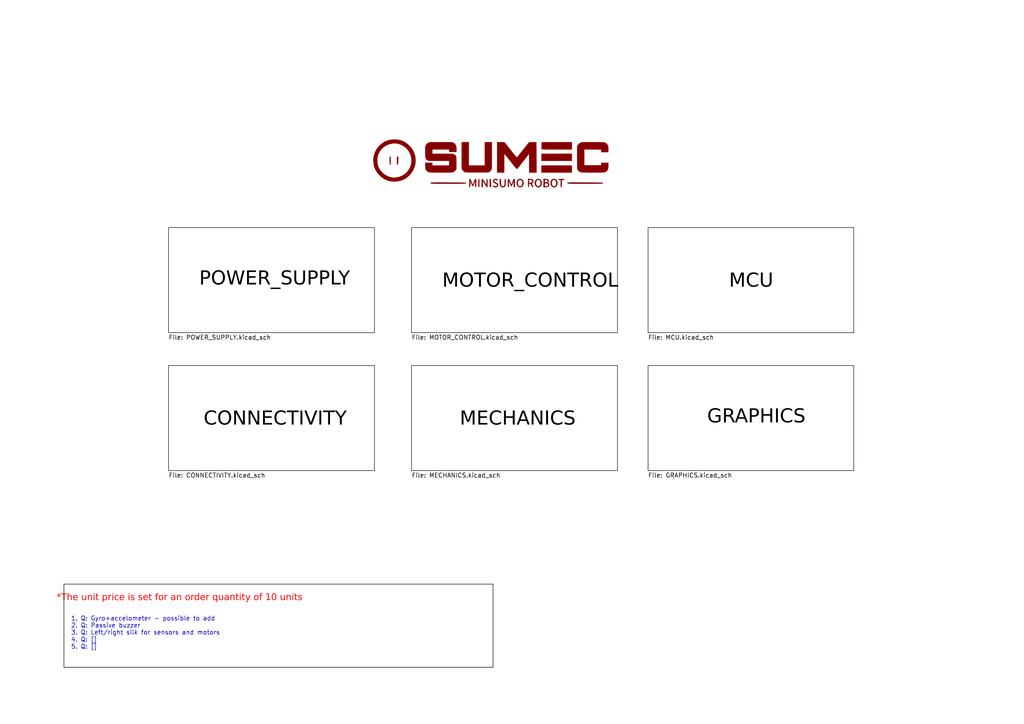
<source format=kicad_sch>
(kicad_sch (version 20231120) (generator "eeschema") (generator_version "8.0")
  (paper "A4")
  (title_block (title "SUMEC_MK_IV") (date "2024-08-05") (rev "v3.0.9") (company "SPS NA PROSEKU") (comment 1 "Made in Prague, Czech Republic") (comment 2 "CONTACT: Savva Popov, savva.popov.sp@gmail.com, +420 605 570 366") (comment 3 "Made by bismarx-v1") (comment 4 "SUMEC MK IV aka SMD-V3 board"))
  (lib_symbols
    (symbol "+3.3V_1" (power) (pin_numbers hide) (pin_names (offset 0) hide)
      (property "Value" "+3.3V_OUT" (at 0.0001 3.81 90))
      (symbol "+3.3V_1_0_1"
        (polyline (pts (xy -0.762 1.27) (xy 0 2.54)))
        (polyline (pts (xy 0 0) (xy 0 2.54)))
        (polyline (pts (xy 0 2.54) (xy 0.762 1.27)))
      )
      (symbol "+3.3V_1_1_1"
        (pin power_in line (at 0 0 90) (length 0) (name "~") (number "1"))
      )
    )
    (symbol "Connector:Conn_01x09_Socket" (pin_names (offset 1.016) hide)
      (property "Reference" "J" (at 0 12.7 0))
      (property "Value" "Conn_01x09_Socket" (at 0 -12.7 0))
      (symbol "Conn_01x09_Socket_1_1"
        (arc (start 0 -9.652) (mid -0.5058 -10.16) (end 0 -10.668) (stroke (width 0.1524)))
        (arc (start 0 -7.112) (mid -0.5058 -7.62) (end 0 -8.128) (stroke (width 0.1524)))
        (arc (start 0 -4.572) (mid -0.5058 -5.08) (end 0 -5.588) (stroke (width 0.1524)))
        (arc (start 0 -2.032) (mid -0.5058 -2.54) (end 0 -3.048) (stroke (width 0.1524)))
        (polyline (pts (xy -1.27 -10.16) (xy -0.508 -10.16)) (stroke (width 0.1524)))
        (polyline (pts (xy -1.27 -7.62) (xy -0.508 -7.62)) (stroke (width 0.1524)))
        (polyline (pts (xy -1.27 -5.08) (xy -0.508 -5.08)) (stroke (width 0.1524)))
        (polyline (pts (xy -1.27 -2.54) (xy -0.508 -2.54)) (stroke (width 0.1524)))
        (polyline (pts (xy -1.27 0) (xy -0.508 0)) (stroke (width 0.1524)))
        (polyline (pts (xy -1.27 2.54) (xy -0.508 2.54)) (stroke (width 0.1524)))
        (polyline (pts (xy -1.27 5.08) (xy -0.508 5.08)) (stroke (width 0.1524)))
        (polyline (pts (xy -1.27 7.62) (xy -0.508 7.62)) (stroke (width 0.1524)))
        (polyline (pts (xy -1.27 10.16) (xy -0.508 10.16)) (stroke (width 0.1524)))
        (arc (start 0 0.508) (mid -0.5058 0) (end 0 -0.508) (stroke (width 0.1524)))
        (arc (start 0 3.048) (mid -0.5058 2.54) (end 0 2.032) (stroke (width 0.1524)))
        (arc (start 0 5.588) (mid -0.5058 5.08) (end 0 4.572) (stroke (width 0.1524)))
        (arc (start 0 8.128) (mid -0.5058 7.62) (end 0 7.112) (stroke (width 0.1524)))
        (arc (start 0 10.668) (mid -0.5058 10.16) (end 0 9.652) (stroke (width 0.1524)))
        (pin passive line (at -5.08 10.16 0) (length 3.81) (name "Pin_1") (number "1"))
        (pin passive line (at -5.08 7.62 0) (length 3.81) (name "Pin_2") (number "2"))
        (pin passive line (at -5.08 5.08 0) (length 3.81) (name "Pin_3") (number "3"))
        (pin passive line (at -5.08 2.54 0) (length 3.81) (name "Pin_4") (number "4"))
        (pin passive line (at -5.08 0 0) (length 3.81) (name "Pin_5") (number "5"))
        (pin passive line (at -5.08 -2.54 0) (length 3.81) (name "Pin_6") (number "6"))
        (pin passive line (at -5.08 -5.08 0) (length 3.81) (name "Pin_7") (number "7"))
        (pin passive line (at -5.08 -7.62 0) (length 3.81) (name "Pin_8") (number "8"))
        (pin passive line (at -5.08 -10.16 0) (length 3.81) (name "Pin_9") (number "9"))
      )
    )
    (symbol "Converter_DCDC:TBA2-0511"
      (property "Reference" "U" (at -6.35 6.35 0))
      (property "Value" "TBA2-0511" (at 2.54 6.35 0))
      (symbol "TBA2-0511_0_1"
        (rectangle (start -7.62 5.08) (end 7.62 -5.08) (stroke (width 0.254)) (fill (type background)))
        (polyline (pts (xy 0 -2.54) (xy 0 -3.81)))
        (polyline (pts (xy 0 0) (xy 0 -1.27)))
        (polyline (pts (xy 0 2.54) (xy 0 1.27)))
        (polyline (pts (xy 0 5.08) (xy 0 3.81)))
      )
      (symbol "TBA2-0511_1_1"
        (pin power_in line (at -10.16 2.54 0) (length 2.54) (name "+Vin") (number "1"))
        (pin power_in line (at -10.16 -2.54 0) (length 2.54) (name "-Vin") (number "2"))
        (pin power_out line (at 10.16 -2.54 180) (length 2.54) (name "-Vout") (number "4"))
        (pin power_out line (at 10.16 2.54 180) (length 2.54) (name "+Vout") (number "6"))
      )
    )
    (symbol "Device:C_Polarized" (pin_numbers hide) (pin_names (offset 0.254))
      (property "Reference" "C" (at 0.635 2.54 0))
      (property "Value" "C_Polarized" (at 0.635 -2.54 0))
      (symbol "C_Polarized_0_1"
        (rectangle (start -2.286 0.508) (end 2.286 1.016))
        (polyline (pts (xy -1.778 2.286) (xy -0.762 2.286)))
        (polyline (pts (xy -1.27 2.794) (xy -1.27 1.778)))
        (rectangle (start 2.286 -0.508) (end -2.286 -1.016) (fill (type outline)))
      )
      (symbol "C_Polarized_1_1"
        (pin passive line (at 0 3.81 270) (length 2.794) (name "~") (number "1"))
        (pin passive line (at 0 -3.81 90) (length 2.794) (name "~") (number "2"))
      )
    )
    (symbol "GND1_1" (power) (pin_numbers hide) (pin_names (offset 0) hide)
      (property "Value" "GND_OUT" (at 0 -5.08 0))
      (symbol "GND1_1_0_1"
        (polyline (pts (xy 0 0) (xy 0 -1.27) (xy 1.27 -1.27) (xy 0 -2.54) (xy -1.27 -1.27) (xy 0 -1.27)))
      )
      (symbol "GND1_1_1_1"
        (pin power_in line (at 0 0 270) (length 0) (name "~") (number "1"))
      )
    )
    (symbol "Regulator_Linear:NCP1117-3.3_SOT223"
      (property "Reference" "U" (at -3.81 3.175 0))
      (property "Value" "NCP1117-3.3_SOT223" (at 0 3.175 0))
      (symbol "NCP1117-3.3_SOT223_0_1"
        (rectangle (start -5.08 -5.08) (end 5.08 1.905) (stroke (width 0.254)) (fill (type background)))
      )
      (symbol "NCP1117-3.3_SOT223_1_1"
        (pin power_in line (at 0 -7.62 90) (length 2.54) (name "GND") (number "1"))
        (pin power_out line (at 7.62 0 180) (length 2.54) (name "VO") (number "2"))
        (pin power_in line (at -7.62 0 0) (length 2.54) (name "VI") (number "3"))
      )
    )
    (symbol "power:+3.3V" (power) (pin_numbers hide) (pin_names (offset 0) hide)
      (property "Value" "+3.3V" (at 0 3.556 0))
      (symbol "+3.3V_0_1"
        (polyline (pts (xy -0.762 1.27) (xy 0 2.54)))
        (polyline (pts (xy 0 0) (xy 0 2.54)))
        (polyline (pts (xy 0 2.54) (xy 0.762 1.27)))
      )
      (symbol "+3.3V_1_1"
        (pin power_in line (at 0 0 90) (length 0) (name "~") (number "1"))
      )
    )
    (symbol "power:+5V" (power) (pin_numbers hide) (pin_names (offset 0) hide)
      (property "Value" "+5V" (at 0 3.556 0))
      (symbol "+5V_0_1"
        (polyline (pts (xy -0.762 1.27) (xy 0 2.54)))
        (polyline (pts (xy 0 0) (xy 0 2.54)))
        (polyline (pts (xy 0 2.54) (xy 0.762 1.27)))
      )
      (symbol "+5V_1_1"
        (pin power_in line (at 0 0 90) (length 0) (name "~") (number "1"))
      )
    )
    (symbol "power:+5VP" (power) (pin_numbers hide) (pin_names (offset 0) hide)
      (property "Value" "+5V_OUT" (at -0.0001 3.81 90))
      (symbol "+5VP_0_1"
        (polyline (pts (xy -0.762 1.27) (xy 0 2.54)))
        (polyline (pts (xy 0 0) (xy 0 2.54)))
        (polyline (pts (xy 0 2.54) (xy 0.762 1.27)))
      )
      (symbol "+5VP_1_1"
        (pin power_in line (at 0 0 90) (length 0) (name "~") (number "1"))
      )
    )
    (symbol "power:GND" (power) (pin_numbers hide) (pin_names (offset 0) hide)
      (property "Value" "GND" (at 0 -3.81 0))
      (symbol "GND_0_1"
        (polyline (pts (xy 0 0) (xy 0 -1.27) (xy 1.27 -1.27) (xy 0 -2.54) (xy -1.27 -1.27) (xy 0 -1.27)))
      )
      (symbol "GND_1_1"
        (pin power_in line (at 0 0 270) (length 0) (name "~") (number "1"))
      )
    )
    (symbol "sumec_sch_lib:LOGO SMALL" (pin_names (offset 1.016))
      (symbol "LOGO SMALL_0_0"
        (polyline (pts (xy 24.892 -0.762) (xy 24.892 0.254) (xy 20.4893 0.254) (xy 16.0867 0.254) (xy 16.0867 -0.762) (xy 16.0867 -1.778) (xy 20.4893 -1.778) (xy 24.892 -1.778) (xy 24.892 -0.762)) (stroke (width 0.01)) (fill (type outline)))
        (polyline (pts (xy 24.892 2.6246) (xy 24.892 3.6406) (xy 20.4893 3.6406) (xy 16.0867 3.6406) (xy 16.0867 2.6246) (xy 16.0867 1.6086) (xy 20.4893 1.6086) (xy 24.892 1.6086) (xy 24.892 2.6246)) (stroke (width 0.01)) (fill (type outline)))
        (polyline (pts (xy 24.892 5.9697) (xy 24.892 7.0288) (xy 20.5105 7.0069) (xy 16.129 6.985) (xy 16.1048 6.0591) (xy 16.0992 5.7489) (xy 16.0997 5.4039) (xy 16.108 5.1483) (xy 16.1233 5.0219) (xy 16.1463 5.0024) (xy 16.2307 4.9799) (xy 16.3875 4.9612) (xy 16.6287 4.9459) (xy 16.9665 4.9339) (xy 17.4131 4.9247) (xy 17.9805 4.9181) (xy 18.6809 4.9138) (xy 19.5263 4.9114) (xy 20.529 4.9106) (xy 24.892 4.9106) (xy 24.892 5.9697)) (stroke (width 0.01)) (fill (type outline)))
        (polyline (pts (xy -27.7929 0.5106) (xy -27.7475 0.5542) (xy -27.7167 0.67) (xy -27.6979 0.8822) (xy -27.6886 1.2153) (xy -27.686 1.6933) (xy -27.6863 1.8811) (xy -27.691 2.3049) (xy -27.7034 2.5923) (xy -27.7261 2.7676) (xy -27.7618 2.8549) (xy -27.813 2.8786) (xy -27.8331 2.876) (xy -27.8785 2.8325) (xy -27.9093 2.7167) (xy -27.9281 2.5044) (xy -27.9375 2.1714) (xy -27.94 1.6933) (xy -27.9397 1.5055) (xy -27.9351 1.0817) (xy -27.9227 0.7943) (xy -27.8999 0.6191) (xy -27.8642 0.5317) (xy -27.813 0.508) (xy -27.7929 0.5106)) (stroke (width 0.01)) (fill (type outline)))
        (polyline (pts (xy -2.0542 -6.0087) (xy -2.0088 -5.9652) (xy -1.978 -5.8494) (xy -1.9593 -5.6371) (xy -1.9499 -5.3041) (xy -1.9473 -4.826) (xy -1.9476 -4.6382) (xy -1.9523 -4.2144) (xy -1.9647 -3.927) (xy -1.9874 -3.7518) (xy -2.0231 -3.6644) (xy -2.0743 -3.6407) (xy -2.0945 -3.6433) (xy -2.1399 -3.6869) (xy -2.1707 -3.8027) (xy -2.1894 -4.0149) (xy -2.1988 -4.348) (xy -2.2013 -4.826) (xy -2.2011 -5.0138) (xy -2.1964 -5.4376) (xy -2.184 -5.725) (xy -2.1613 -5.9003) (xy -2.1256 -5.9876) (xy -2.0743 -6.0114) (xy -2.0542 -6.0087)) (stroke (width 0.01)) (fill (type outline)))
        (polyline (pts (xy -25.6355 0.5376) (xy -25.5867 0.5925) (xy -25.553 0.7115) (xy -25.5303 0.9207) (xy -25.5151 1.2466) (xy -25.5035 1.7155) (xy -25.5016 1.8092) (xy -25.4945 2.2456) (xy -25.4958 2.5436) (xy -25.5088 2.7297) (xy -25.5368 2.83) (xy -25.5833 2.8709) (xy -25.6516 2.8786) (xy -25.6681 2.8784) (xy -25.7311 2.8651) (xy -25.7743 2.8123) (xy -25.8014 2.6941) (xy -25.8161 2.4844) (xy -25.8222 2.1575) (xy -25.8233 1.6871) (xy -25.822 1.2475) (xy -25.8156 0.9099) (xy -25.8009 0.6938) (xy -25.7747 0.574) (xy -25.7338 0.5258) (xy -25.6752 0.524) (xy -25.6355 0.5376)) (stroke (width 0.01)) (fill (type outline)))
        (polyline (pts (xy 1.2862 -6.0112) (xy 1.3504 -5.9995) (xy 1.3934 -5.95) (xy 1.4186 -5.8364) (xy 1.4292 -5.6325) (xy 1.4288 -5.3118) (xy 1.4205 -4.8482) (xy 1.4135 -4.5376) (xy 1.4001 -4.161) (xy 1.3807 -3.9109) (xy 1.3515 -3.7611) (xy 1.3088 -3.6851) (xy 1.2488 -3.6567) (xy 1.1941 -3.657) (xy 1.152 -3.7006) (xy 1.1248 -3.8138) (xy 1.1092 -4.0214) (xy 1.1023 -4.3484) (xy 1.1007 -4.8198) (xy 1.1007 -4.9338) (xy 1.1026 -5.3713) (xy 1.1102 -5.671) (xy 1.1273 -5.8588) (xy 1.1575 -5.9609) (xy 1.2046 -6.0031) (xy 1.2724 -6.0114) (xy 1.2862 -6.0112)) (stroke (width 0.01)) (fill (type outline)))
        (polyline (pts (xy 21.8443 -5.9928) (xy 21.8856 -5.9052) (xy 21.9141 -5.7228) (xy 21.9335 -5.4207) (xy 21.9472 -4.9742) (xy 21.971 -3.937) (xy 22.3308 -3.911) (xy 22.406 -3.9042) (xy 22.622 -3.8529) (xy 22.6907 -3.7599) (xy 22.6849 -3.7291) (xy 22.627 -3.6834) (xy 22.4837 -3.6587) (xy 22.2272 -3.6516) (xy 21.8297 -3.6589) (xy 21.6455 -3.6652) (xy 21.2574 -3.6915) (xy 21.0236 -3.7322) (xy 20.9336 -3.7889) (xy 20.9336 -3.8261) (xy 21.0346 -3.8783) (xy 21.2866 -3.8947) (xy 21.6747 -3.8947) (xy 21.6747 -4.953) (xy 21.6774 -5.3831) (xy 21.6883 -5.6956) (xy 21.7103 -5.8877) (xy 21.7462 -5.9846) (xy 21.799 -6.0114) (xy 21.8443 -5.9928)) (stroke (width 0.01)) (fill (type outline)))
        (polyline (pts (xy 19.8508 -6.0679) (xy 20.1137 -5.9722) (xy 20.3718 -5.7941) (xy 20.5837 -5.4864) (xy 20.7055 -5.1041) (xy 20.7242 -4.6901) (xy 20.6266 -4.2872) (xy 20.552 -4.139) (xy 20.3035 -3.853) (xy 19.9923 -3.6832) (xy 19.6539 -3.6311) (xy 19.3236 -3.6987) (xy 19.037 -3.8875) (xy 18.8294 -4.1994) (xy 18.7352 -4.5194) (xy 18.7256 -4.743) (xy 19.0121 -4.743) (xy 19.0863 -4.3678) (xy 19.2707 -4.054) (xy 19.3739 -3.9731) (xy 19.6333 -3.8992) (xy 19.9156 -3.929) (xy 20.1485 -4.0619) (xy 20.3091 -4.3084) (xy 20.3982 -4.6603) (xy 20.3942 -5.0389) (xy 20.2983 -5.3873) (xy 20.1119 -5.6487) (xy 19.8603 -5.8086) (xy 19.6216 -5.8165) (xy 19.3598 -5.6681) (xy 19.1823 -5.4671) (xy 19.045 -5.1269) (xy 19.0121 -4.743) (xy 18.7256 -4.743) (xy 18.7164 -4.9587) (xy 18.8121 -5.3699) (xy 19.0116 -5.7129) (xy 19.304 -5.9477) (xy 19.4409 -6.0133) (xy 19.6544 -6.0824) (xy 19.8508 -6.0679)) (stroke (width 0.01)) (fill (type outline)))
        (polyline (pts (xy 10.0236 -6.0697) (xy 10.2841 -5.9757) (xy 10.4231 -5.8989) (xy 10.6719 -5.6361) (xy 10.8344 -5.2757) (xy 10.8961 -4.8577) (xy 10.8426 -4.4223) (xy 10.7056 -4.1081) (xy 10.46 -3.8397) (xy 10.154 -3.6793) (xy 9.8217 -3.6309) (xy 9.4972 -3.6986) (xy 9.2146 -3.8868) (xy 9.008 -4.1994) (xy 8.9138 -4.5194) (xy 8.9048 -4.7307) (xy 9.1835 -4.7307) (xy 9.2399 -4.4159) (xy 9.3724 -4.149) (xy 9.5821 -3.9639) (xy 9.8698 -3.8947) (xy 9.9512 -3.8983) (xy 10.2539 -3.9997) (xy 10.4597 -4.2332) (xy 10.5635 -4.59) (xy 10.5598 -5.0611) (xy 10.5507 -5.1307) (xy 10.4634 -5.4329) (xy 10.2906 -5.6487) (xy 10.2744 -5.6623) (xy 10.0812 -5.7879) (xy 9.9224 -5.8363) (xy 9.7018 -5.7896) (xy 9.4625 -5.6229) (xy 9.2958 -5.3682) (xy 9.2025 -5.0595) (xy 9.1835 -4.7307) (xy 8.9048 -4.7307) (xy 8.895 -4.9587) (xy 8.9908 -5.3699) (xy 9.1903 -5.7129) (xy 9.4827 -5.9477) (xy 9.609 -6.0085) (xy 9.8269 -6.0816) (xy 10.0236 -6.0697)) (stroke (width 0.01)) (fill (type outline)))
        (polyline (pts (xy 15.3672 -6.0448) (xy 15.6848 -5.9029) (xy 15.9399 -5.6405) (xy 16.1097 -5.2753) (xy 16.1713 -4.8254) (xy 16.1649 -4.6815) (xy 16.0608 -4.2609) (xy 15.8446 -3.9318) (xy 15.5362 -3.7173) (xy 15.1553 -3.6407) (xy 14.8789 -3.6747) (xy 14.5453 -3.8468) (xy 14.3019 -4.162) (xy 14.1744 -4.5244) (xy 14.1534 -4.8439) (xy 14.478 -4.8439) (xy 14.5112 -4.4454) (xy 14.6306 -4.1334) (xy 14.8431 -3.9528) (xy 15.1553 -3.8947) (xy 15.4397 -3.9412) (xy 15.6623 -4.1085) (xy 15.7912 -4.4064) (xy 15.8327 -4.8439) (xy 15.83 -5.0254) (xy 15.8026 -5.2619) (xy 15.7282 -5.43) (xy 15.5852 -5.5945) (xy 15.5347 -5.6416) (xy 15.3294 -5.7845) (xy 15.1553 -5.842) (xy 15.1161 -5.8375) (xy 14.926 -5.7527) (xy 14.7255 -5.5945) (xy 14.6375 -5.5011) (xy 14.5346 -5.3427) (xy 14.4886 -5.1453) (xy 14.478 -4.8439) (xy 14.1534 -4.8439) (xy 14.146 -4.9567) (xy 14.2359 -5.3653) (xy 14.4344 -5.7101) (xy 14.732 -5.9512) (xy 15.0097 -6.0485) (xy 15.3672 -6.0448)) (stroke (width 0.01)) (fill (type outline)))
        (polyline (pts (xy -3.4592 -1.759) (xy -2.5757 -1.755) (xy 0.733 -1.7357) (xy 1.0511 -1.493) (xy 1.1577 -1.4127) (xy 1.2861 -1.3125) (xy 1.3922 -1.2129) (xy 1.4781 -1.0982) (xy 1.5458 -0.9532) (xy 1.5977 -0.7623) (xy 1.6357 -0.5102) (xy 1.662 -0.1814) (xy 1.6788 0.2396) (xy 1.6881 0.7682) (xy 1.6922 1.4198) (xy 1.6931 2.2099) (xy 1.693 3.1538) (xy 1.6933 7.0273) (xy 0.6773 7.0273) (xy -0.3387 7.0273) (xy -0.3387 3.6406) (xy -0.3387 0.254) (xy -2.667 0.254) (xy -4.9953 0.254) (xy -4.9953 3.6433) (xy -4.9953 7.0325) (xy -6.0325 7.0088) (xy -7.0697 6.985) (xy -7.0697 3.2596) (xy -7.0691 2.7413) (xy -7.0658 1.983) (xy -7.0601 1.2829) (xy -7.0522 0.6595) (xy -7.0425 0.1312) (xy -7.0311 -0.2833) (xy -7.0185 -0.5655) (xy -7.005 -0.697) (xy -6.892 -0.936) (xy -6.6718 -1.228) (xy -6.4035 -1.4895) (xy -6.1399 -1.6615) (xy -6.1326 -1.6646) (xy -6.0245 -1.6939) (xy -5.8495 -1.7173) (xy -5.5931 -1.7351) (xy -5.2404 -1.7478) (xy -4.777 -1.7558) (xy -4.1881 -1.7594) (xy -3.4592 -1.759)) (stroke (width 0.01)) (fill (type outline)))
        (polyline (pts (xy 3.0887 -5.9946) (xy 3.3655 -5.7978) (xy 3.4325 -5.7126) (xy 3.5456 -5.4386) (xy 3.4903 -5.1782) (xy 3.2666 -4.9311) (xy 2.8741 -4.6969) (xy 2.8571 -4.6887) (xy 2.5415 -4.5189) (xy 2.3689 -4.372) (xy 2.3207 -4.2237) (xy 2.3783 -4.0497) (xy 2.424 -3.981) (xy 2.5525 -3.9105) (xy 2.7802 -3.9151) (xy 2.8061 -3.9184) (xy 3.0552 -3.963) (xy 3.2385 -4.017) (xy 3.3439 -4.0391) (xy 3.3867 -3.9491) (xy 3.3625 -3.8549) (xy 3.2188 -3.727) (xy 2.9863 -3.655) (xy 2.7122 -3.6439) (xy 2.4437 -3.6988) (xy 2.2279 -3.8248) (xy 2.1552 -3.9022) (xy 2.0283 -4.1638) (xy 2.0577 -4.4278) (xy 2.2361 -4.6708) (xy 2.556 -4.8691) (xy 2.7211 -4.9443) (xy 3.0124 -5.1142) (xy 3.17 -5.2843) (xy 3.2173 -5.4762) (xy 3.1785 -5.6212) (xy 3.019 -5.7602) (xy 2.7771 -5.8118) (xy 2.4977 -5.7584) (xy 2.2242 -5.6553) (xy 2.0492 -5.6077) (xy 1.9675 -5.6225) (xy 1.9473 -5.6961) (xy 1.9548 -5.7269) (xy 2.065 -5.8455) (xy 2.2648 -5.9596) (xy 2.3458 -5.9912) (xy 2.7359 -6.0609) (xy 3.0887 -5.9946)) (stroke (width 0.01)) (fill (type outline)))
        (polyline (pts (xy -1.0433 -6.0094) (xy -0.9819 -5.9852) (xy -0.9461 -5.9091) (xy -0.931 -5.7518) (xy -0.9321 -5.4841) (xy -0.9446 -5.0765) (xy -0.9465 -5.0228) (xy -0.9584 -4.6495) (xy -0.9557 -4.4058) (xy -0.9269 -4.2943) (xy -0.86 -4.318) (xy -0.7433 -4.4796) (xy -0.5652 -4.7821) (xy -0.3137 -5.2282) (xy -0.2733 -5.2994) (xy -0.0315 -5.6947) (xy 0.1514 -5.9321) (xy 0.2752 -6.0113) (xy 0.3255 -6.002) (xy 0.3692 -5.9517) (xy 0.3977 -5.8346) (xy 0.4141 -5.625) (xy 0.4215 -5.2974) (xy 0.4233 -4.826) (xy 0.4231 -4.6774) (xy 0.4188 -4.2404) (xy 0.4067 -3.9422) (xy 0.3844 -3.7587) (xy 0.3494 -3.6662) (xy 0.2991 -3.6407) (xy 0.2672 -3.6485) (xy 0.2198 -3.7172) (xy 0.1874 -3.8781) (xy 0.1658 -4.157) (xy 0.1509 -4.5794) (xy 0.127 -5.5182) (xy -0.4107 -4.5748) (xy -0.5047 -4.411) (xy -0.7482 -4.0054) (xy -0.9305 -3.7508) (xy -1.0608 -3.6501) (xy -1.1487 -3.7065) (xy -1.2034 -3.9229) (xy -1.2345 -4.3025) (xy -1.2512 -4.8482) (xy -1.2542 -4.9974) (xy -1.2608 -5.417) (xy -1.2589 -5.7012) (xy -1.2447 -5.8764) (xy -1.2149 -5.969) (xy -1.1657 -6.0051) (xy -1.0937 -6.0114) (xy -1.0433 -6.0094)) (stroke (width 0.01)) (fill (type outline)))
        (polyline (pts (xy 5.2164 -5.9881) (xy 5.4822 -5.7978) (xy 5.5062 -5.7695) (xy 5.5816 -5.6591) (xy 5.6301 -5.5241) (xy 5.6576 -5.3283) (xy 5.6699 -5.0355) (xy 5.6727 -4.6096) (xy 5.6707 -4.2692) (xy 5.6606 -3.9546) (xy 5.6387 -3.7626) (xy 5.6015 -3.6668) (xy 5.5457 -3.6407) (xy 5.5116 -3.648) (xy 5.4651 -3.7111) (xy 5.4367 -3.8615) (xy 5.4225 -4.1266) (xy 5.4187 -4.5335) (xy 5.4185 -4.6573) (xy 5.4141 -5.0203) (xy 5.3977 -5.2623) (xy 5.3619 -5.4213) (xy 5.2994 -5.5353) (xy 5.2027 -5.6423) (xy 5.1425 -5.6994) (xy 4.9584 -5.8096) (xy 4.7582 -5.8032) (xy 4.6729 -5.7794) (xy 4.5183 -5.7017) (xy 4.4156 -5.5689) (xy 4.3547 -5.3527) (xy 4.3255 -5.0245) (xy 4.318 -4.5558) (xy 4.3178 -4.4046) (xy 4.3139 -4.0509) (xy 4.3004 -3.8271) (xy 4.2721 -3.7039) (xy 4.2233 -3.6516) (xy 4.1487 -3.6407) (xy 4.1463 -3.6407) (xy 4.0692 -3.6533) (xy 4.0203 -3.7111) (xy 3.9933 -3.8452) (xy 3.9818 -4.0866) (xy 3.9794 -4.4662) (xy 3.9817 -4.6601) (xy 4.0206 -5.1746) (xy 4.113 -5.5538) (xy 4.2663 -5.8191) (xy 4.4873 -5.9919) (xy 4.5581 -6.0232) (xy 4.8847 -6.0678) (xy 5.2164 -5.9881)) (stroke (width 0.01)) (fill (type outline)))
        (polyline (pts (xy 17.5898 -5.996) (xy 17.9282 -5.9259) (xy 18.1537 -5.7888) (xy 18.2941 -5.5732) (xy 18.3087 -5.5347) (xy 18.3372 -5.2476) (xy 18.238 -4.9988) (xy 18.0298 -4.841) (xy 17.855 -4.7764) (xy 18.0291 -4.6187) (xy 18.0573 -4.5911) (xy 18.184 -4.3494) (xy 18.1742 -4.0801) (xy 18.0278 -3.8467) (xy 17.9086 -3.7691) (xy 17.6536 -3.695) (xy 17.2658 -3.6547) (xy 16.6793 -3.6216) (xy 16.6793 -4.6567) (xy 17.018 -4.6567) (xy 17.018 -4.2757) (xy 17.018 -3.8947) (xy 17.3506 -3.8947) (xy 17.4797 -3.9023) (xy 17.7475 -3.9835) (xy 17.9061 -4.132) (xy 17.9356 -4.321) (xy 17.8163 -4.5236) (xy 17.8031 -4.5356) (xy 17.6126 -4.6223) (xy 17.3506 -4.6567) (xy 17.018 -4.6567) (xy 16.6793 -4.6567) (xy 16.6793 -4.8165) (xy 16.6793 -5.865) (xy 17.018 -5.865) (xy 17.018 -5.3879) (xy 17.018 -4.9107) (xy 17.3622 -4.9107) (xy 17.4727 -4.9132) (xy 17.7933 -4.9689) (xy 17.976 -5.104) (xy 18.034 -5.3266) (xy 18.0043 -5.5124) (xy 17.9196 -5.6622) (xy 17.8719 -5.6909) (xy 17.6729 -5.7591) (xy 17.4116 -5.8111) (xy 17.018 -5.865) (xy 16.6793 -5.865) (xy 16.6793 -6.0114) (xy 17.2257 -6.0114) (xy 17.5898 -5.996)) (stroke (width 0.01)) (fill (type outline)))
        (polyline (pts (xy -10.1002 -4.9952) (xy -9.154 -4.9946) (xy -8.3555 -4.9929) (xy -7.6924 -4.99) (xy -7.1521 -4.9855) (xy -6.7225 -4.979) (xy -6.3911 -4.97) (xy -6.1456 -4.9584) (xy -5.9736 -4.9437) (xy -5.8627 -4.9256) (xy -5.8007 -4.9037) (xy -5.775 -4.8777) (xy -5.7735 -4.8472) (xy -5.7801 -4.8276) (xy -5.8074 -4.7997) (xy -5.8662 -4.776) (xy -5.9691 -4.756) (xy -6.1286 -4.7394) (xy -6.3571 -4.7257) (xy -6.6673 -4.7145) (xy -7.0717 -4.7055) (xy -7.5827 -4.6981) (xy -8.213 -4.692) (xy -8.975 -4.6867) (xy -9.8813 -4.6819) (xy -10.9443 -4.6772) (xy -11.3733 -4.6754) (xy -12.3716 -4.6714) (xy -13.2179 -4.6686) (xy -13.9249 -4.6675) (xy -14.5049 -4.6684) (xy -14.9707 -4.6716) (xy -15.3347 -4.6775) (xy -15.6095 -4.6865) (xy -15.8075 -4.699) (xy -15.9415 -4.7152) (xy -16.0238 -4.7356) (xy -16.0671 -4.7605) (xy -16.0839 -4.7903) (xy -16.0867 -4.8254) (xy -16.0864 -4.8402) (xy -16.0793 -4.873) (xy -16.0529 -4.9008) (xy -15.9948 -4.9241) (xy -15.8924 -4.9432) (xy -15.7332 -4.9585) (xy -15.5048 -4.9705) (xy -15.1947 -4.9796) (xy -14.7902 -4.9861) (xy -14.2789 -4.9905) (xy -13.6484 -4.9933) (xy -12.886 -4.9947) (xy -11.9793 -4.9953) (xy -10.9158 -4.9954) (xy -10.1002 -4.9952)) (stroke (width 0.01)) (fill (type outline)))
        (polyline (pts (xy 29.6084 -4.9952) (xy 30.5546 -4.9946) (xy 31.3531 -4.9929) (xy 32.0163 -4.99) (xy 32.5565 -4.9855) (xy 32.9862 -4.979) (xy 33.3175 -4.97) (xy 33.5631 -4.9584) (xy 33.7351 -4.9437) (xy 33.8459 -4.9256) (xy 33.908 -4.9037) (xy 33.9336 -4.8777) (xy 33.9352 -4.8472) (xy 33.9286 -4.8276) (xy 33.9013 -4.7997) (xy 33.8424 -4.776) (xy 33.7395 -4.756) (xy 33.5801 -4.7394) (xy 33.3515 -4.7257) (xy 33.0413 -4.7145) (xy 32.637 -4.7055) (xy 32.1259 -4.6981) (xy 31.4957 -4.692) (xy 30.7337 -4.6867) (xy 29.8274 -4.6819) (xy 28.7643 -4.6772) (xy 28.3353 -4.6754) (xy 27.3371 -4.6714) (xy 26.4907 -4.6686) (xy 25.7838 -4.6675) (xy 25.2037 -4.6684) (xy 24.738 -4.6716) (xy 24.374 -4.6775) (xy 24.0992 -4.6865) (xy 23.9011 -4.699) (xy 23.7672 -4.7152) (xy 23.6848 -4.7356) (xy 23.6416 -4.7605) (xy 23.6248 -4.7903) (xy 23.622 -4.8254) (xy 23.6223 -4.8402) (xy 23.6294 -4.873) (xy 23.6558 -4.9008) (xy 23.7139 -4.9241) (xy 23.8163 -4.9432) (xy 23.9754 -4.9585) (xy 24.2038 -4.9705) (xy 24.514 -4.9796) (xy 24.9185 -4.9861) (xy 25.4297 -4.9905) (xy 26.0603 -4.9933) (xy 26.8227 -4.9947) (xy 27.7293 -4.9953) (xy 28.7929 -4.9954) (xy 29.6084 -4.9952)) (stroke (width 0.01)) (fill (type outline)))
        (polyline (pts (xy 13.637 -6.0113) (xy 13.713 -5.9958) (xy 13.7222 -5.9302) (xy 13.6565 -5.7834) (xy 13.508 -5.5245) (xy 13.2197 -5.0377) (xy 13.4678 -4.841) (xy 13.5417 -4.7783) (xy 13.6797 -4.5859) (xy 13.716 -4.325) (xy 13.7135 -4.2416) (xy 13.6511 -3.983) (xy 13.489 -3.8093) (xy 13.2053 -3.7051) (xy 12.7784 -3.6547) (xy 12.192 -3.6216) (xy 12.192 -3.8947) (xy 12.446 -3.8947) (xy 12.8209 -3.8947) (xy 13.0472 -3.9175) (xy 13.305 -4.0252) (xy 13.4491 -4.1928) (xy 13.469 -4.3883) (xy 13.3544 -4.5801) (xy 13.0949 -4.7361) (xy 12.924 -4.7904) (xy 12.6639 -4.8228) (xy 12.5024 -4.7696) (xy 12.4842 -4.7294) (xy 12.4568 -4.5547) (xy 12.446 -4.3039) (xy 12.446 -3.8947) (xy 12.192 -3.8947) (xy 12.192 -4.8165) (xy 12.1923 -5.0173) (xy 12.1971 -5.4396) (xy 12.2096 -5.726) (xy 12.2323 -5.9007) (xy 12.2679 -5.9877) (xy 12.319 -6.0114) (xy 12.3363 -6.0101) (xy 12.4025 -5.9547) (xy 12.4364 -5.7945) (xy 12.446 -5.4977) (xy 12.446 -5.4227) (xy 12.4519 -5.172) (xy 12.4802 -5.0449) (xy 12.5483 -5.0037) (xy 12.6739 -5.0109) (xy 12.6986 -5.0145) (xy 12.8507 -5.0798) (xy 13.0026 -5.2393) (xy 13.1857 -5.5245) (xy 13.2886 -5.6912) (xy 13.4805 -5.9317) (xy 13.6329 -6.0114) (xy 13.637 -6.0113)) (stroke (width 0.01)) (fill (type outline)))
        (polyline (pts (xy 5.2493 0.9313) (xy 5.25 1.3141) (xy 5.2545 1.9415) (xy 5.2627 2.4997) (xy 5.274 2.9688) (xy 5.2879 3.3287) (xy 5.3038 3.5593) (xy 5.3213 3.6407) (xy 5.3616 3.6053) (xy 5.4975 3.4522) (xy 5.7152 3.1921) (xy 6.0023 2.8404) (xy 6.3461 2.4127) (xy 6.7341 1.9244) (xy 7.1536 1.3908) (xy 7.5921 0.8322) (xy 8.0003 0.3181) (xy 8.3244 -0.0816) (xy 8.5739 -0.3779) (xy 8.7583 -0.5816) (xy 8.8872 -0.7037) (xy 8.9702 -0.7552) (xy 9.0167 -0.747) (xy 9.0475 -0.7103) (xy 9.1761 -0.5502) (xy 9.388 -0.2829) (xy 9.6701 0.0748) (xy 10.0089 0.506) (xy 10.3913 0.9939) (xy 10.8039 1.5216) (xy 12.4883 3.6783) (xy 12.5107 0.9501) (xy 12.533 -1.778) (xy 13.5909 -1.778) (xy 14.6488 -1.778) (xy 14.6269 2.6035) (xy 14.605 6.985) (xy 13.538 6.985) (xy 12.4709 6.985) (xy 10.744 4.7893) (xy 10.468 4.4395) (xy 10.07 3.9391) (xy 9.7116 3.4932) (xy 9.4058 3.1175) (xy 9.1653 2.828) (xy 9.0032 2.6404) (xy 8.9323 2.5706) (xy 8.8935 2.5981) (xy 8.7585 2.7409) (xy 8.5416 2.9916) (xy 8.2554 3.3348) (xy 7.9128 3.7552) (xy 7.5266 4.2375) (xy 7.1094 4.7662) (xy 5.3711 6.985) (xy 4.2942 7.0087) (xy 3.2173 7.0324) (xy 3.2173 2.6272) (xy 3.2173 -1.778) (xy 4.2333 -1.778) (xy 5.2493 -1.778) (xy 5.2493 0.9313)) (stroke (width 0.01)) (fill (type outline)))
        (polyline (pts (xy -2.9873 -6.0096) (xy -2.9415 -5.9679) (xy -2.9103 -5.8527) (xy -2.8911 -5.6399) (xy -2.8814 -5.3056) (xy -2.8787 -4.826) (xy -2.8787 -4.8031) (xy -2.8803 -4.3399) (xy -2.8873 -4.0191) (xy -2.9032 -3.8147) (xy -2.9315 -3.7007) (xy -2.9757 -3.6514) (xy -3.0394 -3.6407) (xy -3.0993 -3.6543) (xy -3.1959 -3.7481) (xy -3.3025 -3.9535) (xy -3.4351 -4.2969) (xy -3.4607 -4.3685) (xy -3.58 -4.7017) (xy -3.6816 -4.9854) (xy -3.7459 -5.1647) (xy -3.7883 -5.2642) (xy -3.8337 -5.2998) (xy -3.8903 -5.2463) (xy -3.9693 -5.0858) (xy -4.0815 -4.8008) (xy -4.2382 -4.3735) (xy -4.3634 -4.0445) (xy -4.4759 -3.8031) (xy -4.5714 -3.677) (xy -4.6647 -3.6407) (xy -4.6685 -3.6407) (xy -4.7313 -3.6526) (xy -4.7748 -3.7042) (xy -4.8025 -3.8214) (xy -4.8179 -4.0301) (xy -4.8246 -4.3564) (xy -4.826 -4.826) (xy -4.8257 -5.0138) (xy -4.8211 -5.4376) (xy -4.8087 -5.725) (xy -4.7859 -5.9003) (xy -4.7502 -5.9876) (xy -4.699 -6.0114) (xy -4.6572 -5.9988) (xy -4.6143 -5.9249) (xy -4.5874 -5.7613) (xy -4.5729 -5.4815) (xy -4.5672 -5.0589) (xy -4.5624 -4.1064) (xy -4.261 -4.9319) (xy -4.1633 -5.1861) (xy -4.0347 -5.4811) (xy -3.9278 -5.6827) (xy -3.8588 -5.7574) (xy -3.8148 -5.7191) (xy -3.7186 -5.5508) (xy -3.5971 -5.2793) (xy -3.4666 -4.9383) (xy -3.175 -4.1193) (xy -3.1511 -5.0653) (xy -3.1436 -5.315) (xy -3.1258 -5.6581) (xy -3.099 -5.8715) (xy -3.0594 -5.9806) (xy -3.0029 -6.0114) (xy -2.9873 -6.0096)) (stroke (width 0.01)) (fill (type outline)))
        (polyline (pts (xy 8.2291 -6.0111) (xy 8.2942 -5.9989) (xy 8.3374 -5.9491) (xy 8.3624 -5.8353) (xy 8.3726 -5.6313) (xy 8.3716 -5.3107) (xy 8.3632 -4.8472) (xy 8.3628 -4.8263) (xy 8.3519 -4.3673) (xy 8.3382 -4.0498) (xy 8.3174 -3.847) (xy 8.2849 -3.732) (xy 8.2363 -3.6781) (xy 8.1673 -3.6583) (xy 8.101 -3.6608) (xy 8.0229 -3.7158) (xy 7.9402 -3.8538) (xy 7.8381 -4.101) (xy 7.7017 -4.4838) (xy 7.604 -4.7598) (xy 7.4921 -5.0568) (xy 7.4073 -5.2592) (xy 7.3629 -5.334) (xy 7.334 -5.2931) (xy 7.256 -5.1226) (xy 7.1462 -4.8499) (xy 7.0183 -4.5085) (xy 6.9653 -4.364) (xy 6.8314 -4.0249) (xy 6.7253 -3.8119) (xy 6.6315 -3.698) (xy 6.5345 -3.656) (xy 6.5015 -3.6516) (xy 6.4384 -3.6564) (xy 6.3958 -3.7032) (xy 6.3697 -3.8175) (xy 6.3561 -4.0248) (xy 6.3508 -4.3505) (xy 6.35 -4.8201) (xy 6.3503 -5.016) (xy 6.355 -5.4389) (xy 6.3675 -5.7256) (xy 6.3902 -5.9005) (xy 6.4259 -5.9877) (xy 6.477 -6.0114) (xy 6.5241 -5.9941) (xy 6.5644 -5.9124) (xy 6.5896 -5.7396) (xy 6.6031 -5.4497) (xy 6.6084 -5.0165) (xy 6.6128 -4.0217) (xy 6.9084 -4.8255) (xy 6.9946 -5.0539) (xy 7.1214 -5.3693) (xy 7.2248 -5.6021) (xy 7.2885 -5.7138) (xy 7.3117 -5.7339) (xy 7.3718 -5.7458) (xy 7.4382 -5.68) (xy 7.5225 -5.5157) (xy 7.6363 -5.2321) (xy 7.791 -4.8084) (xy 7.8572 -4.6252) (xy 7.9642 -4.3368) (xy 8.0419 -4.138) (xy 8.0769 -4.064) (xy 8.0815 -4.1344) (xy 8.08 -4.3423) (xy 8.0724 -4.6545) (xy 8.0593 -5.0377) (xy 8.0474 -5.3627) (xy 8.0408 -5.6729) (xy 8.049 -5.8641) (xy 8.0761 -5.9651) (xy 8.1265 -6.0046) (xy 8.2044 -6.0114) (xy 8.2291 -6.0111)) (stroke (width 0.01)) (fill (type outline)))
        (polyline (pts (xy 31.6452 -1.774) (xy 32.3625 -1.7722) (xy 32.9419 -1.7683) (xy 33.4006 -1.7615) (xy 33.7559 -1.7511) (xy 34.025 -1.7363) (xy 34.2254 -1.7165) (xy 34.3742 -1.6907) (xy 34.4888 -1.6584) (xy 34.5863 -1.6188) (xy 34.9073 -1.4335) (xy 35.1734 -1.1658) (xy 35.349 -0.8122) (xy 35.4457 -0.3481) (xy 35.4753 0.2513) (xy 35.4753 1.016) (xy 34.4642 1.016) (xy 33.4531 1.016) (xy 33.427 0.6561) (xy 33.401 0.2963) (xy 30.9457 0.2963) (xy 28.4903 0.2963) (xy 28.4678 2.6035) (xy 28.4453 4.9107) (xy 30.9443 4.9106) (xy 33.4433 4.9106) (xy 33.4433 4.5296) (xy 33.4433 4.1486) (xy 34.4593 4.1486) (xy 35.4753 4.1486) (xy 35.4753 4.9557) (xy 35.4753 4.9792) (xy 35.4601 5.4299) (xy 35.4203 5.7969) (xy 35.3604 6.0378) (xy 35.3386 6.0862) (xy 35.1087 6.4228) (xy 34.787 6.7196) (xy 34.4384 6.9145) (xy 34.4079 6.9228) (xy 34.2025 6.9488) (xy 33.8583 6.9712) (xy 33.399 6.9898) (xy 32.8482 7.0046) (xy 32.2296 7.0156) (xy 31.5668 7.0226) (xy 30.8833 7.0257) (xy 30.2029 7.0248) (xy 29.5493 7.0197) (xy 28.9459 7.0106) (xy 28.4164 6.9972) (xy 27.9846 6.9796) (xy 27.6739 6.9577) (xy 27.5081 6.9314) (xy 27.2146 6.781) (xy 26.9028 6.5259) (xy 26.6447 6.2242) (xy 26.4932 5.9282) (xy 26.4875 5.9041) (xy 26.4646 5.6941) (xy 26.447 5.3258) (xy 26.4348 4.8082) (xy 26.4282 4.1502) (xy 26.4272 3.3608) (xy 26.4322 2.449) (xy 26.4583 -0.7323) (xy 26.6967 -1.0925) (xy 26.9337 -1.371) (xy 27.2894 -1.6135) (xy 27.385 -1.6528) (xy 27.4976 -1.6865) (xy 27.6403 -1.7133) (xy 27.8306 -1.7341) (xy 28.0859 -1.7496) (xy 28.4236 -1.7605) (xy 28.861 -1.7677) (xy 29.4155 -1.7719) (xy 30.1046 -1.7738) (xy 30.9457 -1.7743) (xy 31.6452 -1.774)) (stroke (width 0.01)) (fill (type outline)))
        (polyline (pts (xy -25.81 -4.3389) (xy -24.9594 -4.1801) (xy -24.1769 -3.9211) (xy -24.0688 -3.8743) (xy -23.2148 -3.4069) (xy -22.4547 -2.8149) (xy -21.7992 -2.1165) (xy -21.2591 -1.3299) (xy -20.8453 -0.4733) (xy -20.5684 0.4352) (xy -20.4392 1.3774) (xy -20.4686 2.335) (xy -20.5659 2.9603) (xy -20.7979 3.8081) (xy -21.1477 4.5769) (xy -21.632 5.3007) (xy -22.2673 6.0136) (xy -22.8916 6.5708) (xy -23.7102 7.1141) (xy -24.5872 7.4996) (xy -25.5293 7.73) (xy -26.543 7.8081) (xy -26.7382 7.8064) (xy -27.5889 7.7371) (xy -28.3734 7.5564) (xy -29.1524 7.2517) (xy -29.5748 7.0348) (xy -30.4048 6.4737) (xy -31.1243 5.7905) (xy -31.7236 4.9972) (xy -32.1933 4.1055) (xy -32.5235 3.1271) (xy -32.5617 2.9711) (xy -32.6303 2.6284) (xy -32.666 2.2998) (xy -32.6736 1.9244) (xy -32.6688 1.778) (xy -31.5314 1.778) (xy -31.5274 1.9993) (xy -31.475 2.6502) (xy -31.3493 3.2205) (xy -31.1328 3.7724) (xy -30.8083 4.3681) (xy -30.3792 4.9565) (xy -29.774 5.5386) (xy -29.0677 6.0177) (xy -28.2872 6.3787) (xy -27.4592 6.6069) (xy -26.6107 6.6874) (xy -26.1503 6.6728) (xy -25.5745 6.5927) (xy -25.0112 6.4286) (xy -24.3926 6.1645) (xy -24.3205 6.1293) (xy -23.5771 5.6697) (xy -22.9417 5.0964) (xy -22.4211 4.4292) (xy -22.0223 3.6879) (xy -21.7522 2.8924) (xy -21.6177 2.0626) (xy -21.6256 1.2184) (xy -21.783 0.3795) (xy -22.0967 -0.4341) (xy -22.3646 -0.9153) (xy -22.919 -1.6525) (xy -23.5826 -2.2612) (xy -24.3514 -2.7382) (xy -25.2216 -3.0799) (xy -25.5377 -3.1522) (xy -25.9787 -3.2163) (xy -26.4493 -3.2573) (xy -26.8848 -3.2697) (xy -27.2203 -3.2481) (xy -27.8483 -3.1125) (xy -28.702 -2.791) (xy -29.4801 -2.332) (xy -30.1619 -1.7483) (xy -30.7269 -1.0528) (xy -30.9205 -0.7477) (xy -31.2138 -0.1758) (xy -31.4037 0.4019) (xy -31.5048 1.0362) (xy -31.5314 1.778) (xy -32.6688 1.778) (xy -32.6578 1.4415) (xy -32.5776 0.6217) (xy -32.3707 -0.2585) (xy -32.031 -1.0617) (xy -31.5465 -1.8159) (xy -30.9049 -2.5485) (xy -30.7688 -2.6833) (xy -30.0989 -3.2625) (xy -29.4117 -3.7049) (xy -28.6642 -4.0346) (xy -27.813 -4.2757) (xy -27.4945 -4.3343) (xy -26.6734 -4.3921) (xy -25.81 -4.3389)) (stroke (width 0.01)) (fill (type outline)))
        (polyline (pts (xy -11.9423 -1.7761) (xy -11.3178 -1.7742) (xy -10.8202 -1.7698) (xy -10.432 -1.7621) (xy -10.1356 -1.7502) (xy -9.9136 -1.7333) (xy -9.7485 -1.7105) (xy -9.6227 -1.681) (xy -9.5187 -1.6439) (xy -9.4192 -1.5984) (xy -9.1053 -1.3892) (xy -8.8209 -1.0755) (xy -8.5937 -0.7323) (xy -8.5937 1.0245) (xy -8.5937 1.1807) (xy -8.5965 1.7788) (xy -8.6082 2.2378) (xy -8.6353 2.5823) (xy -8.6843 2.8369) (xy -8.7616 3.0264) (xy -8.8737 3.1753) (xy -9.0269 3.3083) (xy -9.2278 3.4501) (xy -9.2496 3.4649) (xy -9.3257 3.5121) (xy -9.4106 3.55) (xy -9.5219 3.5797) (xy -9.6776 3.602) (xy -9.8956 3.6181) (xy -10.1935 3.6289) (xy -10.5894 3.6356) (xy -11.1011 3.6391) (xy -11.7464 3.6404) (xy -12.5432 3.6406) (xy -15.5787 3.6406) (xy -15.5787 4.2756) (xy -15.5787 4.9106) (xy -13.1282 4.9106) (xy -10.6778 4.9106) (xy -10.6517 4.5508) (xy -10.6257 4.191) (xy -9.6097 4.191) (xy -8.5937 4.191) (xy -8.5688 4.9098) (xy -8.5821 5.422) (xy -8.6989 5.9854) (xy -8.9296 6.4253) (xy -9.2754 6.7437) (xy -9.7374 6.9428) (xy -9.9119 6.9683) (xy -10.2637 6.9899) (xy -10.7815 7.0049) (xy -11.4639 7.0132) (xy -12.3092 7.0149) (xy -13.3157 7.0099) (xy -13.8834 7.0055) (xy -14.6053 6.9992) (xy -15.1868 6.9923) (xy -15.6453 6.9839) (xy -15.9982 6.9726) (xy -16.2629 6.9576) (xy -16.4567 6.9377) (xy -16.5969 6.9118) (xy -16.7011 6.8787) (xy -16.7865 6.8376) (xy -16.8706 6.7871) (xy -16.9519 6.7301) (xy -17.1994 6.4961) (xy -17.3998 6.2293) (xy -17.4393 6.1609) (xy -17.5013 6.0382) (xy -17.5462 5.9069) (xy -17.5768 5.7402) (xy -17.5957 5.5113) (xy -17.6058 5.1934) (xy -17.6097 4.7598) (xy -17.6104 4.1835) (xy -17.6085 3.6711) (xy -17.5975 3.1396) (xy -17.5712 2.7349) (xy -17.5236 2.4332) (xy -17.4485 2.2106) (xy -17.3399 2.043) (xy -17.1916 1.9066) (xy -16.9976 1.7775) (xy -16.9351 1.742) (xy -16.8468 1.7045) (xy -16.7322 1.6747) (xy -16.5737 1.6519) (xy -16.3531 1.635) (xy -16.0528 1.6233) (xy -15.6547 1.6157) (xy -15.1409 1.6114) (xy -14.4936 1.6095) (xy -13.6948 1.609) (xy -10.668 1.6086) (xy -10.668 0.9313) (xy -10.668 0.254) (xy -13.1233 0.254) (xy -15.5787 0.254) (xy -15.5787 0.635) (xy -15.5787 1.016) (xy -16.6022 1.016) (xy -17.6257 1.016) (xy -17.597 0.0989) (xy -17.5931 -0.0223) (xy -17.5763 -0.3974) (xy -17.5502 -0.6552) (xy -17.5055 -0.837) (xy -17.4332 -0.9842) (xy -17.3242 -1.138) (xy -17.2666 -1.2071) (xy -17.0078 -1.443) (xy -16.7315 -1.616) (xy -16.6456 -1.6515) (xy -16.5338 -1.6854) (xy -16.3916 -1.7124) (xy -16.2017 -1.7335) (xy -15.9467 -1.7493) (xy -15.6091 -1.7606) (xy -15.1717 -1.7681) (xy -14.617 -1.7728) (xy -13.9278 -1.7752) (xy -13.0866 -1.7762) (xy -12.7111 -1.7763) (xy -11.9423 -1.7761)) (stroke (width 0.01)) (fill (type outline)))
      )
    )
  )
  (junction (at -104.14 125.73))
  (junction (at -134.62 68.58))
  (junction (at -130.81 125.73))
  (no_connect (at -105.41 19.05))
  (wire (pts (xy -128.27 6.35) (xy -125.73 6.35)))
  (wire (pts (xy -104.14 68.58) (xy -106.68 68.58)))
  (wire (pts (xy -105.41 73.66) (xy -105.41 76.2)))
  (wire (pts (xy -130.81 127) (xy -130.81 125.73)))
  (wire (pts (xy -100.33 125.73) (xy -104.14 125.73)))
  (wire (pts (xy -128.27 73.66) (xy -127 73.66)))
  (wire (pts (xy -137.16 68.58) (xy -134.62 68.58)))
  (wire (pts (xy -128.27 8.89) (xy -125.73 8.89)))
  (wire (pts (xy -105.41 73.66) (xy -106.68 73.66)))
  (wire (pts (xy -130.81 134.62) (xy -130.81 135.89)))
  (wire (pts (xy -105.41 19.05) (xy -107.95 19.05)))
  (wire (pts (xy -104.14 6.35) (xy -107.95 6.35)))
  (wire (pts (xy -104.14 134.62) (xy -104.14 135.89)))
  (wire (pts (xy -130.81 125.73) (xy -124.46 125.73)))
  (wire (pts (xy -104.14 11.43) (xy -107.95 11.43)))
  (wire (pts (xy -134.62 68.58) (xy -127 68.58)))
  (wire (pts (xy -109.22 125.73) (xy -104.14 125.73)))
  (wire (pts (xy -128.27 73.66) (xy -128.27 76.2)))
  (wire (pts (xy -104.14 8.89) (xy -107.95 8.89)))
  (wire (pts (xy -116.84 135.89) (xy -116.84 133.35)))
  (wire (pts (xy -104.14 127) (xy -104.14 125.73)))
  (wire (pts (xy -134.62 125.73) (xy -130.81 125.73)))
  (wire (pts (xy -128.27 11.43) (xy -125.73 11.43)))
  (rectangle (start -146.05 34.29) (end -110.49 44.45))
  (rectangle (start -96.52 96.901) (end -85.09 101.981) (stroke (width 0) (color 0 132 0 1)))
  (rectangle (start -148.59 113.03) (end -83.82 161.29) (stroke (width 0) (type dash) (color 0 0 0 1)))
  (rectangle (start -146.177 87.63) (end -106.68 101.6))
  (rectangle (start -96.774 32.766) (end -86.614 37.846) (stroke (width 0) (color 0 132 0 1)))
  (rectangle (start -96.52 153.67) (end -86.36 158.75) (stroke (width 0) (color 0 132 0 1)))
  (rectangle (start -148.59 55.88) (end -83.82 104.14) (stroke (width 0) (type dash) (color 0 0 0 1)))
  (rectangle (start -148.59 -1.27) (end -83.82 46.99) (stroke (width 0) (type dash) (color 0 0 0 1)))
  (rectangle (start -96.774 39.116) (end -86.614 44.196) (stroke (width 0) (color 0 132 0 1)))
  (rectangle (start -146.05 147.32) (end -119.38 158.75))
  (rectangle (start 18.542 169.418) (end 143.002 193.548) (stroke (width 0) (color 0 0 0 1)))
  (text "42,35CZK" (at -91.694 41.91 0) (effects (font (size 1.27 1.27))))
  (text "43,86CZK" (at -91.44 35.56 0) (effects (font (size 1.27 1.27))))
  (text "M" (at -97.79 35.56 0) (effects (font (size 1.27 1.27))))
  (text "LDO. VOLTAGE REG." (at -118.872 111.379 0) (effects (font (size 3.81 3.81) (thickness 1.016) (bold yes))))
  (text "Isolation: 1.5kV\nOutput current: 400mA\nOutput voltage: 5V\nInput voltage: 4.5V-5.5V\nOutput power: 2W\nBUILT IN SHORT CIRCUIT PROTECTION" (at -145.034 95.25 0) (effects (font (size 1.27 1.27)) (justify left)))
  (text "F" (at -97.79 42.164 0) (effects (font (size 1.27 1.27))))
  (text "1. Q: Gyro+accelometer - possible to add\n2. Q: Passive buzzer\n3. Q: Left/right silk for sensors and motors\n4. Q: [] \n5. Q: []" (at 20.574 183.642 0) (effects (font (size 1.27 1.27)) (justify left)))
  (text "*The unit price is set for an order quantity of 10 units" (at 52.07 173.99 0) (effects (font (size 1.905 1.905))))
  (text "11,53CZK" (at -91.44 156.464 0) (effects (font (size 1.27 1.27))))
  (text "Molex 9Pin header, 3.5mm\n \nPlug (female conn): 39503-3009" (at -145.288 39.878 0) (effects (font (size 1.27 1.27)) (justify left)))
  (text "105,50CZK" (at -90.678 99.822 0) (effects (font (size 1.27 1.27))))
  (text "Output voltage: 3.3V\nOutput current: 1A\nMax Input voltage: 12V\nQuiescent Current: 6mA" (at -145.034 153.416 0) (effects (font (size 1.27 1.27)) (justify left)))
  (text "CONNECTORS" (at -116.205 -3.81 0) (effects (font (size 3.81 3.81) (thickness 1.016) (bold yes))))
  (text "POWER ISOLATION" (at -117.475 53.975 0) (effects (font (size 3.81 3.81) (thickness 1.016) (bold yes))))
  (global_label "GPIO_EXT_0" (shape output) (at -107.95 21.59 0) (effects (font (size 0.889 0.889))) (property "Intersheetrefs" "${INTERSHEET_REFS}" (effects (hide yes))))
  (global_label "GPIO_OPTO_1" (shape input) (at -125.73 24.13 180) (effects (font (size 0.889 0.889))) (property "Intersheetrefs" "${INTERSHEET_REFS}" (effects (hide yes))))
  (global_label "GPIO_EXT_2" (shape output) (at -107.95 26.67 0) (effects (font (size 0.889 0.889))) (property "Intersheetrefs" "${INTERSHEET_REFS}" (effects (hide yes))))
  (global_label "RS-485_-" (shape output) (at -107.95 16.51 0) (effects (font (size 0.889 0.889))) (property "Intersheetrefs" "${INTERSHEET_REFS}" (effects (hide yes))))
  (global_label "GPIO_COMM" (shape input) (at -125.73 16.51 180) (effects (font (size 0.889 0.889))) (property "Intersheetrefs" "${INTERSHEET_REFS}" (effects (hide yes))))
  (global_label "GPIO_EXT_1" (shape output) (at -107.95 24.13 0) (effects (font (size 0.889 0.889))) (property "Intersheetrefs" "${INTERSHEET_REFS}" (effects (hide yes))))
  (global_label "RS-485_+" (shape output) (at -107.95 13.97 0) (effects (font (size 0.889 0.889))) (property "Intersheetrefs" "${INTERSHEET_REFS}" (effects (hide yes))))
  (global_label "GPIO_OPTO_2" (shape input) (at -125.73 26.67 180) (effects (font (size 0.889 0.889))) (property "Intersheetrefs" "${INTERSHEET_REFS}" (effects (hide yes))))
  (global_label "GPIO_OPTO_0" (shape input) (at -125.73 21.59 180) (effects (font (size 0.889 0.889))) (property "Intersheetrefs" "${INTERSHEET_REFS}" (effects (hide yes))))
  (global_label "GPIO_R" (shape output) (at -125.73 13.97 180) (effects (font (size 0.889 0.889))) (property "Intersheetrefs" "${INTERSHEET_REFS}" (effects (hide yes))))
  (global_label "GPIO_D" (shape input) (at -125.73 19.05 180) (effects (font (size 0.889 0.889))) (property "Intersheetrefs" "${INTERSHEET_REFS}" (effects (hide yes))))
  (symbol (lib_id "Device:C_Polarized") (at -104.14 130.81 0) (mirror y) (unit 1)
    (property "Reference" "C29" (at -101.092 129.286 0) (effects (justify right)))
    (property "Value" "10uF" (at -101.092 131.826 0) (effects (justify right)))
    (property "Footprint" "Capacitor_Tantalum_SMD:CP_EIA-3216-18_Kemet-A_Pad1.58x1.35mm_HandSolder" (effects (hide yes)))
    (property "Description" "Polarized capacitor" (effects (hide yes)))
  )
  (symbol (lib_id "Connector:Conn_01x09_Socket") (at -113.03 16.51 180) (unit 1)
    (property "Reference" "J16" (at -111.76 4.318 0) (effects (justify left)))
    (property "Value" "39502-1009" (at -101.6 29.21 0) (effects (justify left)))
    (property "Footprint" "IoTGW:Molex_9pin_3.50" (effects (hide yes)))
    (property "Description" "Generic connector, single row, 01x09, script generated" (effects (hide yes)))
  )
  (symbol (lib_id "power:GND") (at -128.27 11.43 270) (unit 1)
    (property "Reference" "#PWR090" (effects (hide yes)))
    (property "Value" "GND" (at -133.604 11.684 90))
    (property "Description" "Power symbol creates a global label with name \"GND\" , ground" (effects (hide yes)))
  )
  (symbol (lib_id "power:GND") (at -128.27 76.2 0) (unit 1)
    (property "Reference" "#PWR091" (effects (hide yes)))
    (property "Value" "GND" (at -128.27 81.28 0))
    (property "Description" "Power symbol creates a global label with name \"GND\" , ground" (effects (hide yes)))
  )
  (symbol (lib_name "GND1_1") (lib_id "power:GND1") (at -105.41 76.2 0) (mirror y) (unit 1)
    (property "Reference" "#PWR093" (effects (hide yes)))
    (property "Value" "GND_OUT" (at -105.41 81.28 0))
    (property "Description" "Power symbol creates a global label with name \"GND1\" , ground" (effects (hide yes)))
  )
  (symbol (lib_id "power:+5VP") (at -104.14 8.89 270) (unit 1)
    (property "Reference" "#PWR095" (effects (hide yes)))
    (property "Value" "+5V_OUT" (at -97.028 8.89 90))
    (property "Description" "Power symbol creates a global label with name \"+5VP\"" (effects (hide yes)))
  )
  (symbol (lib_id "Device:C_Polarized") (at -130.81 130.81 0) (mirror y) (unit 1)
    (property "Reference" "C28" (at -127.762 129.286 0) (effects (justify right)))
    (property "Value" "10uF" (at -127.762 131.826 0) (effects (justify right)))
    (property "Footprint" "Capacitor_Tantalum_SMD:CP_EIA-3216-18_Kemet-A_Pad1.58x1.35mm_HandSolder" (effects (hide yes)))
    (property "Description" "Polarized capacitor" (effects (hide yes)))
  )
  (symbol (lib_name "GND1_1") (lib_id "power:GND1") (at -104.14 11.43 90) (mirror x) (unit 1)
    (property "Reference" "#PWR096" (effects (hide yes)))
    (property "Value" "GND_OUT" (at -100.33 11.4299 90) (effects (justify right)))
    (property "Description" "Power symbol creates a global label with name \"GND1\" , ground" (effects (hide yes)))
  )
  (symbol (lib_id "power:+3.3V") (at -128.27 6.35 90) (unit 1)
    (property "Reference" "#PWR088" (effects (hide yes)))
    (property "Value" "+3.3V" (at -132.08 6.3499 90) (effects (justify left)))
    (property "Description" "Power symbol creates a global label with name \"+3.3V\"" (effects (hide yes)))
  )
  (symbol (lib_id "power:GND") (at -134.62 76.2 0) (unit 1)
    (property "Reference" "#PWR085" (effects (hide yes)))
    (property "Value" "GND" (at -134.62 81.28 0))
    (property "Description" "Power symbol creates a global label with name \"GND\" , ground" (effects (hide yes)))
  )
  (symbol (lib_id "power:+5V") (at -137.16 68.58 90) (unit 1)
    (property "Reference" "#PWR084" (effects (hide yes)))
    (property "Value" "+5V" (at -140.97 68.5799 90) (effects (justify left)))
    (property "Description" "Power symbol creates a global label with name \"+5V\"" (effects (hide yes)))
  )
  (symbol (lib_id "sumec_sch_lib:LOGO SMALL") (at 140.97 48.26 0) (unit 1)
    (property "Reference" "#G1" (effects (hide yes)))
    (property "Value" "LOGO SMALL" (effects (hide yes)))
  )
  (symbol (lib_name "+3.3V_1") (lib_id "power:+3.3V") (at -100.33 125.73 270) (unit 1)
    (property "Reference" "#PWR099" (effects (hide yes)))
    (property "Value" "+3.3V_OUT" (at -105.41 123.19 90) (effects (justify left)))
    (property "Description" "Power symbol creates a global label with name \"+3.3V\"" (effects (hide yes)))
  )
  (symbol (lib_id "Regulator_Linear:NCP1117-3.3_SOT223") (at -116.84 125.73 0) (unit 1)
    (property "Reference" "U6" (at -116.84 119.38 0))
    (property "Value" "NCP1117-3.3" (at -116.84 121.92 0))
    (property "Footprint" "Package_TO_SOT_SMD:SOT-223-3_TabPin2" (effects (hide yes)))
    (property "Datasheet" "http://www.onsemi.com/pub_link/Collateral/NCP1117-D.PDF" (effects (hide yes)))
    (property "Description" "1A Low drop-out regulator, Fixed Output 3.3V, SOT-223" (effects (hide yes)))
  )
  (symbol (lib_name "+3.3V_1") (lib_id "power:+3.3V") (at -104.14 6.35 270) (unit 1)
    (property "Reference" "#PWR094" (effects (hide yes)))
    (property "Value" "+3.3V_OUT" (at -101.092 6.35 90) (effects (justify left)))
    (property "Description" "Power symbol creates a global label with name \"+3.3V\"" (effects (hide yes)))
  )
  (symbol (lib_id "Device:C_Polarized") (at -134.62 72.39 0) (unit 1)
    (property "Reference" "C27" (at -137.16 71.374 0) (effects (justify right)))
    (property "Value" "22uF" (at -137.16 73.406 0) (effects (justify right)))
    (property "Footprint" "Capacitor_SMD:C_0805_2012Metric_Pad1.18x1.45mm_HandSolder" (effects (hide yes)))
    (property "Description" "Polarized capacitor" (effects (hide yes)))
  )
  (symbol (lib_id "power:+5V") (at -128.27 8.89 90) (unit 1)
    (property "Reference" "#PWR089" (effects (hide yes)))
    (property "Value" "+5V" (at -132.08 8.8899 90) (effects (justify left)))
    (property "Description" "Power symbol creates a global label with name \"+5V\"" (effects (hide yes)))
  )
  (symbol (lib_name "GND1_1") (lib_id "power:GND1") (at -130.81 135.89 0) (mirror y) (unit 1)
    (property "Reference" "#PWR087" (effects (hide yes)))
    (property "Value" "GND_OUT" (at -130.81 140.97 0))
    (property "Description" "Power symbol creates a global label with name \"GND1\" , ground" (effects (hide yes)))
  )
  (symbol (lib_name "GND1_1") (lib_id "power:GND1") (at -104.14 135.89 0) (mirror y) (unit 1)
    (property "Reference" "#PWR098" (effects (hide yes)))
    (property "Value" "GND_OUT" (at -104.14 140.97 0))
    (property "Description" "Power symbol creates a global label with name \"GND1\" , ground" (effects (hide yes)))
  )
  (symbol (lib_id "power:+5VP") (at -134.62 125.73 90) (unit 1)
    (property "Reference" "#PWR086" (effects (hide yes)))
    (property "Value" "+5V_OUT" (at -134.62 123.19 90))
    (property "Description" "Power symbol creates a global label with name \"+5VP\"" (effects (hide yes)))
  )
  (symbol (lib_id "Converter_DCDC:TBA2-0511") (at -116.84 71.12 0) (unit 1)
    (property "Reference" "U5" (at -116.84 60.96 0))
    (property "Value" "TBA2-0511" (at -116.84 63.5 0))
    (property "Footprint" "Converter_DCDC:Converter_DCDC_TRACO_TBA2-xxxx_Single_THT" (effects (hide yes)))
    (property "Datasheet" "https://www.tracopower.com/products/tba2.pdf" (effects (hide yes)))
    (property "Description" "2W DC/DC converter unregulated, 4.5-5.5V input, 5V fixed output voltage, 400mA output, 1.5kVDC isolation, SIP-7" (effects (hide yes)))
  )
  (symbol (lib_name "GND1_1") (lib_id "power:GND1") (at -116.84 135.89 0) (mirror y) (unit 1)
    (property "Reference" "#PWR092" (effects (hide yes)))
    (property "Value" "GND_OUT" (at -116.84 140.97 0))
    (property "Description" "Power symbol creates a global label with name \"GND1\" , ground" (effects (hide yes)))
  )
  (symbol (lib_id "Connector:Conn_01x09_Socket") (at -120.65 16.51 0) (unit 1)
    (property "Reference" "J15" (at -121.92 4.318 0) (effects (justify left)))
    (property "Value" "39502-1009" (at -132.715 29.21 0) (effects (justify left)))
    (property "Footprint" "IoTGW:Molex_9pin_3.50" (effects (hide yes)))
    (property "Description" "Generic connector, single row, 01x09, script generated" (effects (hide yes)))
  )
  (symbol (lib_id "power:+5VP") (at -104.14 68.58 270) (unit 1)
    (property "Reference" "#PWR097" (effects (hide yes)))
    (property "Value" "+5V_OUT" (at -100.33 68.5799 90) (effects (justify left)))
    (property "Description" "Power symbol creates a global label with name \"+5VP\"" (effects (hide yes)))
  )
  (sheet (at 187.96 66.04) (size 59.69 30.48) (stroke (width 0.1524) (color 0 0 0 1)) (fill (color 255 255 255 1.0000))
    (property "Sheetname" "MCU" (at 211.455 83.82 0) (effects (font (size 4 4)) (justify left bottom)))
    (property "Sheetfile" "MCU.kicad_sch" (at 187.96 97.1046 0) (effects (justify left top)))
  )
  (sheet (at 119.38 66.04) (size 59.69 30.48) (stroke (width 0.1524) (color 0 0 0 1)) (fill (color 255 255 255 1.0000))
    (property "Sheetname" "MOTOR_CONTROL" (at 128.27 83.82 0) (effects (font (size 4 4)) (justify left bottom)))
    (property "Sheetfile" "MOTOR_CONTROL.kicad_sch" (at 119.38 97.1046 0) (effects (justify left top)))
  )
  (sheet (at 119.38 106.045) (size 59.69 30.48) (stroke (width 0.1524) (color 0 0 0 1)) (fill (color 255 255 255 1.0000))
    (property "Sheetname" "MECHANICS" (at 133.35 123.825 0) (effects (font (size 4 4)) (justify left bottom)))
    (property "Sheetfile" "MECHANICS.kicad_sch" (at 119.38 137.1096 0) (effects (justify left top)))
  )
  (sheet (at 48.895 106.045) (size 59.69 30.48) (stroke (width 0.1524) (color 0 0 0 1)) (fill (color 255 255 255 1.0000))
    (property "Sheetname" "CONNECTIVITY" (at 59.055 123.825 0) (effects (font (size 4 4)) (justify left bottom)))
    (property "Sheetfile" "CONNECTIVITY.kicad_sch" (at 48.895 137.1096 0) (effects (justify left top)))
  )
  (sheet (at 48.895 66.04) (size 59.69 30.48) (stroke (width 0.1524) (color 0 0 0 1)) (fill (color 255 255 255 1.0000))
    (property "Sheetname" "POWER_SUPPLY" (at 57.785 83.185 0) (effects (font (size 4 4)) (justify left bottom)))
    (property "Sheetfile" "POWER_SUPPLY.kicad_sch" (at 48.895 97.1046 0) (effects (justify left top)))
  )
  (sheet (at 187.96 106.045) (size 59.69 30.48) (stroke (width 0.1524) (color 0 0 0 1)) (fill (color 255 255 255 1.0000))
    (property "Sheetname" "GRAPHICS" (at 205.105 123.19 0) (effects (font (size 4 4)) (justify left bottom)))
    (property "Sheetfile" "GRAPHICS.kicad_sch" (at 187.96 137.1096 0) (effects (justify left top)))
  )
)
</source>
